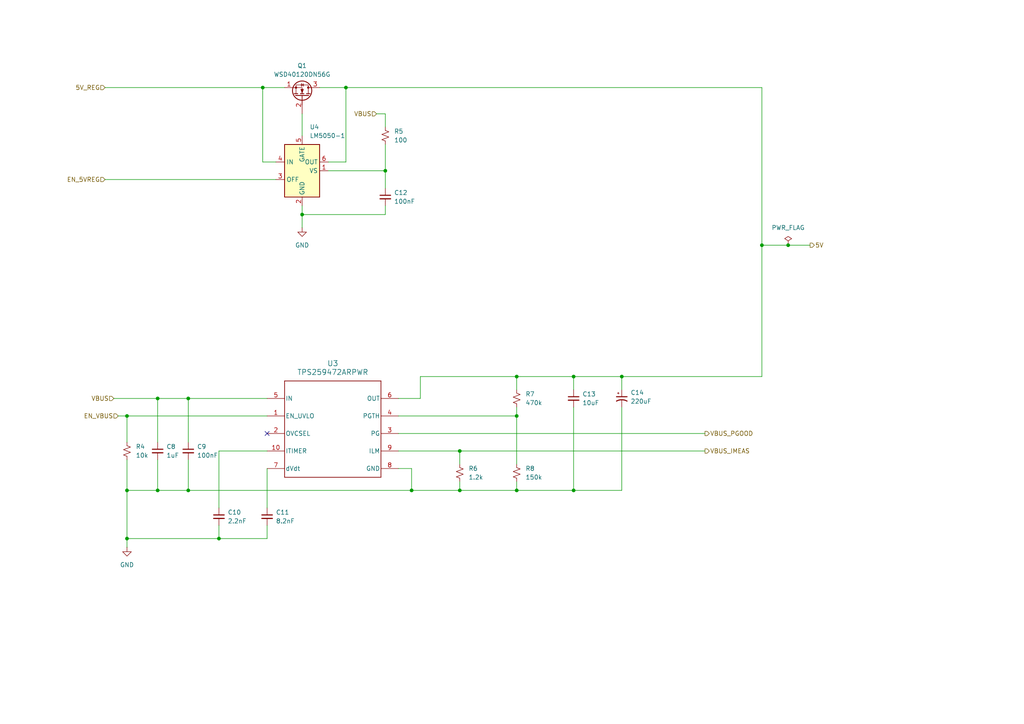
<source format=kicad_sch>
(kicad_sch (version 20250114) (generator "eeschema") (generator_version "9.0")
  (paper "A4")
  (title_block (title "5V Multiplexer") (rev "A") (company "MLABS") (comment 1 "MSign-NG"))
  (lib_symbols
    (symbol "Device:C_Polarized_Small_US" (pin_numbers (hide yes)) (pin_names (offset 0.254) (hide yes))
      (property "Reference" "C" (at 0.254 1.778 0))
      (property "Value" "C_Polarized_Small_US" (at 0.254 -2.032 0))
      (symbol "C_Polarized_Small_US_0_1"
        (polyline (pts (xy -1.524 0.508) (xy 1.524 0.508)) (stroke (width 0.3048)))
        (polyline (pts (xy -1.27 1.524) (xy -0.762 1.524)))
        (polyline (pts (xy -1.016 1.27) (xy -1.016 1.778)))
        (arc (start -1.524 -0.762) (mid 0 -0.3734) (end 1.524 -0.762) (stroke (width 0.3048)))
      )
      (symbol "C_Polarized_Small_US_1_1"
        (pin passive line (at 0 2.54 270) (length 2.032) (name "~") (number "1"))
        (pin passive line (at 0 -2.54 90) (length 2.032) (name "~") (number "2"))
      )
    )
    (symbol "Device:C_Small" (pin_numbers (hide yes)) (pin_names (offset 0.254) (hide yes))
      (property "Reference" "C" (at 0.254 1.778 0))
      (property "Value" "C_Small" (at 0.254 -2.032 0))
      (symbol "C_Small_0_1"
        (polyline (pts (xy -1.524 0.508) (xy 1.524 0.508)) (stroke (width 0.3048)))
        (polyline (pts (xy -1.524 -0.508) (xy 1.524 -0.508)) (stroke (width 0.3302)))
      )
      (symbol "C_Small_1_1"
        (pin passive line (at 0 2.54 270) (length 2.032) (name "~") (number "1"))
        (pin passive line (at 0 -2.54 90) (length 2.032) (name "~") (number "2"))
      )
    )
    (symbol "Device:R_Small_US" (pin_numbers (hide yes)) (pin_names (offset 0.254) (hide yes))
      (property "Reference" "R" (at 0.762 0.508 0))
      (property "Value" "R_Small_US" (at 0.762 -1.016 0))
      (symbol "R_Small_US_1_1"
        (polyline (pts (xy 0 1.524) (xy 1.016 1.143) (xy 0 0.762) (xy -1.016 0.381) (xy 0 0)))
        (polyline (pts (xy 0 0) (xy 1.016 -0.381) (xy 0 -0.762) (xy -1.016 -1.143) (xy 0 -1.524)))
        (pin passive line (at 0 2.54 270) (length 1.016) (name "~") (number "1"))
        (pin passive line (at 0 -2.54 90) (length 1.016) (name "~") (number "2"))
      )
    )
    (symbol "Power_Management:LM5050-1"
      (property "Reference" "U" (at -5.08 8.89 0))
      (property "Value" "LM5050-1" (at 1.27 8.89 0))
      (symbol "LM5050-1_0_1"
        (rectangle (start -5.08 7.62) (end 5.08 -7.62) (stroke (width 0.254)) (fill (type background)))
      )
      (symbol "LM5050-1_1_1"
        (pin input line (at -7.62 2.54 0) (length 2.54) (name "IN") (number "4"))
        (pin input line (at -7.62 -2.54 0) (length 2.54) (name "OFF") (number "3"))
        (pin output line (at 0 10.16 270) (length 2.54) (name "GATE") (number "5"))
        (pin power_in line (at 0 -10.16 90) (length 2.54) (name "GND") (number "2"))
        (pin input line (at 7.62 2.54 180) (length 2.54) (name "OUT") (number "6"))
        (pin passive line (at 7.62 0 180) (length 2.54) (name "VS") (number "1"))
      )
    )
    (symbol "TI_EFuse:TPS259470ARPWR" (pin_names (offset 0.254))
      (property "Reference" "U" (at 18.796 9.398 0))
      (property "Value" "TPS259470ARPWR" (at 18.796 6.858 0))
      (symbol "TPS259470ARPWR_0_1"
        (polyline (pts (xy 5.08 5.08) (xy 5.08 -22.86)) (stroke (width 0.2032)))
        (polyline (pts (xy 5.08 -22.86) (xy 33.02 -22.86)) (stroke (width 0.2032)))
        (polyline (pts (xy 33.02 5.08) (xy 5.08 5.08)) (stroke (width 0.2032)))
        (polyline (pts (xy 33.02 -22.86) (xy 33.02 5.08)) (stroke (width 0.2032)))
        (pin power_in line (at 0 0 0) (length 5.08) (name "IN") (number "5"))
        (pin input line (at 0 -5.08 0) (length 5.08) (name "EN_UVLO") (number "1"))
        (pin input line (at 0 -10.16 0) (length 5.08) (name "OVCSEL") (number "2"))
        (pin output line (at 0 -15.24 0) (length 5.08) (name "ITIMER") (number "10"))
        (pin output line (at 0 -20.32 0) (length 5.08) (name "dVdt") (number "7"))
        (pin power_in line (at 38.1 0 180) (length 5.08) (name "OUT") (number "6"))
        (pin input line (at 38.1 -5.08 180) (length 5.08) (name "PGTH") (number "4"))
        (pin output line (at 38.1 -10.16 180) (length 5.08) (name "PG") (number "3"))
        (pin output line (at 38.1 -15.24 180) (length 5.08) (name "ILM") (number "9"))
        (pin power_in line (at 38.1 -20.32 180) (length 5.08) (name "GND") (number "8"))
      )
    )
    (symbol "Transistor_FET:Q_NMOS_SGD" (pin_names (offset 0) (hide yes))
      (property "Reference" "Q" (at 5.08 1.905 0))
      (property "Value" "Q_NMOS_SGD" (at 5.08 0 0))
      (symbol "Q_NMOS_SGD_0_1"
        (polyline (pts (xy 0.254 1.905) (xy 0.254 -1.905)) (stroke (width 0.254)))
        (polyline (pts (xy 0.254 0) (xy -2.54 0)))
        (polyline (pts (xy 0.762 2.286) (xy 0.762 1.27)) (stroke (width 0.254)))
        (polyline (pts (xy 0.762 0.508) (xy 0.762 -0.508)) (stroke (width 0.254)))
        (polyline (pts (xy 0.762 -1.27) (xy 0.762 -2.286)) (stroke (width 0.254)))
        (polyline (pts (xy 0.762 -1.778) (xy 3.302 -1.778) (xy 3.302 1.778) (xy 0.762 1.778)))
        (polyline (pts (xy 1.016 0) (xy 2.032 0.381) (xy 2.032 -0.381) (xy 1.016 0)) (fill (type outline)))
        (circle (center 1.651 0) (radius 2.794) (stroke (width 0.254)))
        (polyline (pts (xy 2.54 2.54) (xy 2.54 1.778)))
        (circle (center 2.54 1.778) (radius 0.254) (fill (type outline)))
        (circle (center 2.54 -1.778) (radius 0.254) (fill (type outline)))
        (polyline (pts (xy 2.54 -2.54) (xy 2.54 0) (xy 0.762 0)))
        (polyline (pts (xy 2.921 0.381) (xy 3.683 0.381)))
        (polyline (pts (xy 3.302 0.381) (xy 2.921 -0.254) (xy 3.683 -0.254) (xy 3.302 0.381)))
      )
      (symbol "Q_NMOS_SGD_1_1"
        (pin input line (at -5.08 0 0) (length 5.08) (name "G") (number "2"))
        (pin passive line (at 2.54 5.08 270) (length 2.54) (name "D") (number "3"))
        (pin passive line (at 2.54 -5.08 90) (length 2.54) (name "S") (number "1"))
      )
    )
    (symbol "power:GND" (power) (pin_numbers (hide yes)) (pin_names (offset 0) (hide yes))
      (property "Value" "GND" (at 0 -3.81 0))
      (symbol "GND_0_1"
        (polyline (pts (xy 0 0) (xy 0 -1.27) (xy 1.27 -1.27) (xy 0 -2.54) (xy -1.27 -1.27) (xy 0 -1.27)))
      )
      (symbol "GND_1_1"
        (pin power_in line (at 0 0 270) (length 0) (name "~") (number "1"))
      )
    )
    (symbol "power:PWR_FLAG" (power) (pin_numbers (hide yes)) (pin_names (offset 0) (hide yes))
      (property "Value" "PWR_FLAG" (at 0 3.81 0))
      (symbol "PWR_FLAG_0_0"
        (pin power_out line (at 0 0 90) (length 0) (name "~") (number "1"))
      )
      (symbol "PWR_FLAG_0_1"
        (polyline (pts (xy 0 0) (xy 0 1.27) (xy -1.016 1.905) (xy 0 2.54) (xy 1.016 1.905) (xy 0 1.27)))
      )
    )
  )
  (junction (at 220.98 71.12))
  (junction (at 133.35 142.24))
  (junction (at 180.34 109.22))
  (junction (at 36.83 156.21))
  (junction (at 111.76 49.53))
  (junction (at 54.61 142.24))
  (junction (at 54.61 115.57))
  (junction (at 45.72 142.24))
  (junction (at 149.86 120.65))
  (junction (at 45.72 115.57))
  (junction (at 149.86 142.24))
  (junction (at 166.37 109.22))
  (junction (at 228.6 71.12))
  (junction (at 36.83 142.24))
  (junction (at 149.86 109.22))
  (junction (at 119.38 142.24))
  (junction (at 100.33 25.4))
  (junction (at 133.35 130.81))
  (junction (at 166.37 142.24))
  (junction (at 76.2 25.4))
  (junction (at 36.83 120.65))
  (junction (at 63.5 156.21))
  (junction (at 87.63 62.23))
  (no_connect (at 77.47 125.73))
  (wire (pts (xy 149.86 109.22) (xy 166.37 109.22)))
  (wire (pts (xy 109.22 33.02) (xy 111.76 33.02)))
  (wire (pts (xy 36.83 156.21) (xy 63.5 156.21)))
  (wire (pts (xy 34.29 120.65) (xy 36.83 120.65)))
  (wire (pts (xy 166.37 142.24) (xy 180.34 142.24)))
  (wire (pts (xy 45.72 133.35) (xy 45.72 142.24)))
  (wire (pts (xy 149.86 120.65) (xy 149.86 134.62)))
  (wire (pts (xy 115.57 120.65) (xy 149.86 120.65)))
  (wire (pts (xy 228.6 71.12) (xy 234.95 71.12)))
  (wire (pts (xy 36.83 120.65) (xy 77.47 120.65)))
  (wire (pts (xy 149.86 142.24) (xy 166.37 142.24)))
  (wire (pts (xy 54.61 115.57) (xy 77.47 115.57)))
  (wire (pts (xy 45.72 115.57) (xy 45.72 128.27)))
  (wire (pts (xy 36.83 120.65) (xy 36.83 128.27)))
  (wire (pts (xy 111.76 49.53) (xy 111.76 54.61)))
  (wire (pts (xy 166.37 109.22) (xy 180.34 109.22)))
  (wire (pts (xy 77.47 135.89) (xy 77.47 147.32)))
  (wire (pts (xy 54.61 115.57) (xy 54.61 128.27)))
  (wire (pts (xy 149.86 142.24) (xy 133.35 142.24)))
  (wire (pts (xy 180.34 109.22) (xy 180.34 113.03)))
  (wire (pts (xy 111.76 59.69) (xy 111.76 62.23)))
  (wire (pts (xy 87.63 33.02) (xy 87.63 39.37)))
  (wire (pts (xy 133.35 130.81) (xy 204.47 130.81)))
  (wire (pts (xy 76.2 25.4) (xy 82.55 25.4)))
  (wire (pts (xy 63.5 156.21) (xy 77.47 156.21)))
  (wire (pts (xy 133.35 139.7) (xy 133.35 142.24)))
  (wire (pts (xy 220.98 25.4) (xy 220.98 71.12)))
  (wire (pts (xy 121.92 115.57) (xy 115.57 115.57)))
  (wire (pts (xy 115.57 130.81) (xy 133.35 130.81)))
  (wire (pts (xy 76.2 46.99) (xy 76.2 25.4)))
  (wire (pts (xy 111.76 62.23) (xy 87.63 62.23)))
  (wire (pts (xy 166.37 109.22) (xy 166.37 113.03)))
  (wire (pts (xy 149.86 109.22) (xy 149.86 113.03)))
  (wire (pts (xy 92.71 25.4) (xy 100.33 25.4)))
  (wire (pts (xy 180.34 109.22) (xy 220.98 109.22)))
  (wire (pts (xy 30.48 25.4) (xy 76.2 25.4)))
  (wire (pts (xy 111.76 49.53) (xy 111.76 41.91)))
  (wire (pts (xy 95.25 49.53) (xy 111.76 49.53)))
  (wire (pts (xy 121.92 109.22) (xy 121.92 115.57)))
  (wire (pts (xy 220.98 71.12) (xy 220.98 109.22)))
  (wire (pts (xy 133.35 130.81) (xy 133.35 134.62)))
  (wire (pts (xy 149.86 139.7) (xy 149.86 142.24)))
  (wire (pts (xy 100.33 46.99) (xy 100.33 25.4)))
  (wire (pts (xy 121.92 109.22) (xy 149.86 109.22)))
  (wire (pts (xy 149.86 118.11) (xy 149.86 120.65)))
  (wire (pts (xy 111.76 33.02) (xy 111.76 36.83)))
  (wire (pts (xy 100.33 25.4) (xy 220.98 25.4)))
  (wire (pts (xy 36.83 133.35) (xy 36.83 142.24)))
  (wire (pts (xy 63.5 130.81) (xy 77.47 130.81)))
  (wire (pts (xy 87.63 62.23) (xy 87.63 66.04)))
  (wire (pts (xy 54.61 142.24) (xy 119.38 142.24)))
  (wire (pts (xy 77.47 152.4) (xy 77.47 156.21)))
  (wire (pts (xy 95.25 46.99) (xy 100.33 46.99)))
  (wire (pts (xy 36.83 158.75) (xy 36.83 156.21)))
  (wire (pts (xy 63.5 130.81) (xy 63.5 147.32)))
  (wire (pts (xy 204.47 125.73) (xy 115.57 125.73)))
  (wire (pts (xy 45.72 142.24) (xy 54.61 142.24)))
  (wire (pts (xy 45.72 115.57) (xy 33.02 115.57)))
  (wire (pts (xy 80.01 46.99) (xy 76.2 46.99)))
  (wire (pts (xy 180.34 118.11) (xy 180.34 142.24)))
  (wire (pts (xy 36.83 156.21) (xy 36.83 142.24)))
  (wire (pts (xy 119.38 135.89) (xy 115.57 135.89)))
  (wire (pts (xy 54.61 133.35) (xy 54.61 142.24)))
  (wire (pts (xy 63.5 152.4) (xy 63.5 156.21)))
  (wire (pts (xy 30.48 52.07) (xy 80.01 52.07)))
  (wire (pts (xy 36.83 142.24) (xy 45.72 142.24)))
  (wire (pts (xy 87.63 59.69) (xy 87.63 62.23)))
  (wire (pts (xy 166.37 118.11) (xy 166.37 142.24)))
  (wire (pts (xy 119.38 142.24) (xy 119.38 135.89)))
  (wire (pts (xy 45.72 115.57) (xy 54.61 115.57)))
  (wire (pts (xy 220.98 71.12) (xy 228.6 71.12)))
  (wire (pts (xy 133.35 142.24) (xy 119.38 142.24)))
  (hierarchical_label "VBUS_PGOOD" (shape output) (at 204.47 125.73 0))
  (hierarchical_label "VBUS_IMEAS" (shape output) (at 204.47 130.81 0))
  (hierarchical_label "5V" (shape output) (at 234.95 71.12 0))
  (hierarchical_label "EN_VBUS" (shape input) (at 34.29 120.65 180))
  (hierarchical_label "EN_5VREG" (shape input) (at 30.48 52.07 180))
  (hierarchical_label "VBUS" (shape input) (at 33.02 115.57 180))
  (hierarchical_label "5V_REG" (shape input) (at 30.48 25.4 180))
  (hierarchical_label "VBUS" (shape input) (at 109.22 33.02 180))
  (symbol (lib_id "Device:C_Polarized_Small_US") (at 180.34 115.57 0) (unit 1)
    (property "Reference" "C14" (at 182.88 113.8681 0) (effects (justify left)))
    (property "Value" "220uF" (at 182.88 116.4081 0) (effects (justify left)))
    (property "Footprint" "Capacitor_THT:CP_Radial_D8.0mm_P3.50mm" (effects (hide yes)))
    (property "Description" "Polarized capacitor, small US symbol" (effects (hide yes)))
    (property "Part" "ERS1VM221F12OT " (effects (hide yes)))
  )
  (symbol (lib_id "Device:C_Small") (at 166.37 115.57 0) (unit 1)
    (property "Reference" "C13" (at 168.91 114.3062 0) (effects (justify left)))
    (property "Value" "10uF" (at 168.91 116.8462 0) (effects (justify left)))
    (property "Footprint" "Capacitor_SMD:C_1210_3225Metric" (effects (hide yes)))
    (property "Description" "Unpolarized capacitor, small symbol" (effects (hide yes)))
    (property "Part" "CL31A106KBHNNNE" (effects (hide yes)))
  )
  (symbol (lib_id "Device:C_Small") (at 111.76 57.15 0) (unit 1)
    (property "Reference" "C12" (at 114.3 55.8862 0) (effects (justify left)))
    (property "Value" "100nF" (at 114.3 58.4262 0) (effects (justify left)))
    (property "Footprint" "Capacitor_SMD:C_0402_1005Metric" (effects (hide yes)))
    (property "Description" "Unpolarized capacitor, small symbol" (effects (hide yes)))
    (property "Part" "CL05B104KB54PNC" (effects (hide yes)))
  )
  (symbol (lib_id "Power_Management:LM5050-1") (at 87.63 49.53 0) (unit 1)
    (property "Reference" "U4" (at 89.8241 36.83 0) (effects (justify left)))
    (property "Value" "LM5050-1" (at 89.8241 39.37 0) (effects (justify left)))
    (property "Footprint" "Package_TO_SOT_SMD:TSOT-23-6" (effects (hide yes)))
    (property "Datasheet" "http://www.ti.com/lit/ds/symlink/lm5050-1-q1.pdf" (effects (hide yes)))
    (property "Description" "High side OR-ing FET controller, 5V to 75V operation, TSOT-23-6" (effects (hide yes)))
    (property "Part" "LM5050-1" (effects (hide yes)))
  )
  (symbol (lib_id "power:GND") (at 87.63 66.04 0) (unit 1)
    (property "Reference" "#PWR08" (effects (hide yes)))
    (property "Value" "GND" (at 87.63 71.12 0))
    (property "Description" "Power symbol creates a global label with name \"GND\" , ground" (effects (hide yes)))
  )
  (symbol (lib_id "Device:R_Small_US") (at 133.35 137.16 0) (unit 1)
    (property "Reference" "R6" (at 135.89 135.8899 0) (effects (justify left)))
    (property "Value" "1.2k" (at 135.89 138.4299 0) (effects (justify left)))
    (property "Footprint" "Resistor_SMD:R_0805_2012Metric" (effects (hide yes)))
    (property "Description" "Resistor, small US symbol" (effects (hide yes)))
    (property "Part" "0805W8F1201T5E" (effects (hide yes)))
  )
  (symbol (lib_id "Device:R_Small_US") (at 36.83 130.81 0) (unit 1)
    (property "Reference" "R4" (at 39.37 129.5399 0) (effects (justify left)))
    (property "Value" "10k" (at 39.37 132.0799 0) (effects (justify left)))
    (property "Footprint" "Resistor_SMD:R_0805_2012Metric" (effects (hide yes)))
    (property "Description" "Resistor, small US symbol" (effects (hide yes)))
    (property "Part" "0805W8F1002T5E" (effects (hide yes)))
  )
  (symbol (lib_id "power:GND") (at 36.83 158.75 0) (unit 1)
    (property "Reference" "#PWR07" (effects (hide yes)))
    (property "Value" "GND" (at 36.83 163.83 0))
    (property "Description" "Power symbol creates a global label with name \"GND\" , ground" (effects (hide yes)))
  )
  (symbol (lib_id "Device:R_Small_US") (at 111.76 39.37 0) (unit 1)
    (property "Reference" "R5" (at 114.3 38.0999 0) (effects (justify left)))
    (property "Value" "100" (at 114.3 40.6399 0) (effects (justify left)))
    (property "Footprint" "Resistor_SMD:R_1206_3216Metric" (effects (hide yes)))
    (property "Description" "Resistor, small US symbol" (effects (hide yes)))
    (property "Part" " 1206W4F1000T5E" (effects (hide yes)))
  )
  (symbol (lib_id "TI_EFuse:TPS259470ARPWR") (at 77.47 115.57 0) (unit 1)
    (property "Reference" "U3" (at 96.52 105.41 0) (effects (font (size 1.524 1.524))))
    (property "Value" "TPS259472ARPWR" (at 96.52 107.95 0) (effects (font (size 1.524 1.524))))
    (property "Footprint" "TI_EFuse:VQFN-10_L2.0-W2.0-P0.45-TL" (effects (hide yes)))
    (property "Datasheet" "TPS259470ARPWR" (effects (hide yes)))
    (property "Part" "TPS259472ARPWR" (effects (hide yes)))
  )
  (symbol (lib_id "Device:C_Small") (at 45.72 130.81 0) (unit 1)
    (property "Reference" "C8" (at 48.26 129.5462 0) (effects (justify left)))
    (property "Value" "1uF" (at 48.26 132.0862 0) (effects (justify left)))
    (property "Footprint" "Capacitor_SMD:C_0603_1608Metric" (effects (hide yes)))
    (property "Description" "Unpolarized capacitor, small symbol" (effects (hide yes)))
    (property "Part" "CL10A105KB8NNNC" (effects (hide yes)))
  )
  (symbol (lib_id "power:PWR_FLAG") (at 228.6 71.12 0) (unit 1)
    (property "Reference" "#FLG01" (effects (hide yes)))
    (property "Value" "PWR_FLAG" (at 228.6 66.04 0))
    (property "Description" "Special symbol for telling ERC where power comes from" (effects (hide yes)))
  )
  (symbol (lib_id "Device:C_Small") (at 54.61 130.81 0) (unit 1)
    (property "Reference" "C9" (at 57.15 129.5462 0) (effects (justify left)))
    (property "Value" "100nF" (at 57.15 132.0862 0) (effects (justify left)))
    (property "Footprint" "Capacitor_SMD:C_0402_1005Metric" (effects (hide yes)))
    (property "Description" "Unpolarized capacitor, small symbol" (effects (hide yes)))
    (property "Part" "CL05B104KB54PNC" (effects (hide yes)))
  )
  (symbol (lib_id "Device:C_Small") (at 77.47 149.86 0) (unit 1)
    (property "Reference" "C11" (at 80.01 148.5962 0) (effects (justify left)))
    (property "Value" "8.2nF" (at 80.01 151.1362 0) (effects (justify left)))
    (property "Footprint" "Capacitor_SMD:C_0603_1608Metric" (effects (hide yes)))
    (property "Description" "Unpolarized capacitor, small symbol" (effects (hide yes)))
    (property "Part" "0603B822K500NT" (effects (hide yes)))
  )
  (symbol (lib_id "Device:C_Small") (at 63.5 149.86 0) (unit 1)
    (property "Reference" "C10" (at 66.04 148.5962 0) (effects (justify left)))
    (property "Value" "2.2nF" (at 66.04 151.1362 0) (effects (justify left)))
    (property "Footprint" "Capacitor_SMD:C_0603_1608Metric" (effects (hide yes)))
    (property "Description" "Unpolarized capacitor, small symbol" (effects (hide yes)))
    (property "Part" "0603B222K500NT" (effects (hide yes)))
  )
  (symbol (lib_id "Transistor_FET:Q_NMOS_SGD") (at 87.63 27.94 270) (mirror x) (unit 1)
    (property "Reference" "Q1" (at 87.63 19.05 90))
    (property "Value" "WSD40120DN56G" (at 87.63 21.59 90))
    (property "Footprint" "Transistor_FET_Winsok:DFN-8_L4.9-W6.0-P1.27-LS6.1-BL" (effects (hide yes)))
    (property "Description" "N-MOSFET transistor, source/gate/drain" (effects (hide yes)))
    (property "Part" "WSD40120DN56G" (effects (hide yes)))
  )
  (symbol (lib_id "Device:R_Small_US") (at 149.86 137.16 0) (unit 1)
    (property "Reference" "R8" (at 152.4 135.8899 0) (effects (justify left)))
    (property "Value" "150k" (at 152.4 138.4299 0) (effects (justify left)))
    (property "Footprint" "Resistor_SMD:R_0805_2012Metric" (effects (hide yes)))
    (property "Description" "Resistor, small US symbol" (effects (hide yes)))
    (property "Part" "0805W8F1503T5E" (effects (hide yes)))
  )
  (symbol (lib_id "Device:R_Small_US") (at 149.86 115.57 0) (unit 1)
    (property "Reference" "R7" (at 152.4 114.2999 0) (effects (justify left)))
    (property "Value" "470k" (at 152.4 116.8399 0) (effects (justify left)))
    (property "Footprint" "Resistor_SMD:R_0805_2012Metric" (effects (hide yes)))
    (property "Description" "Resistor, small US symbol" (effects (hide yes)))
    (property "Part" "0805W8F4703T5E" (effects (hide yes)))
  )
)
</source>
